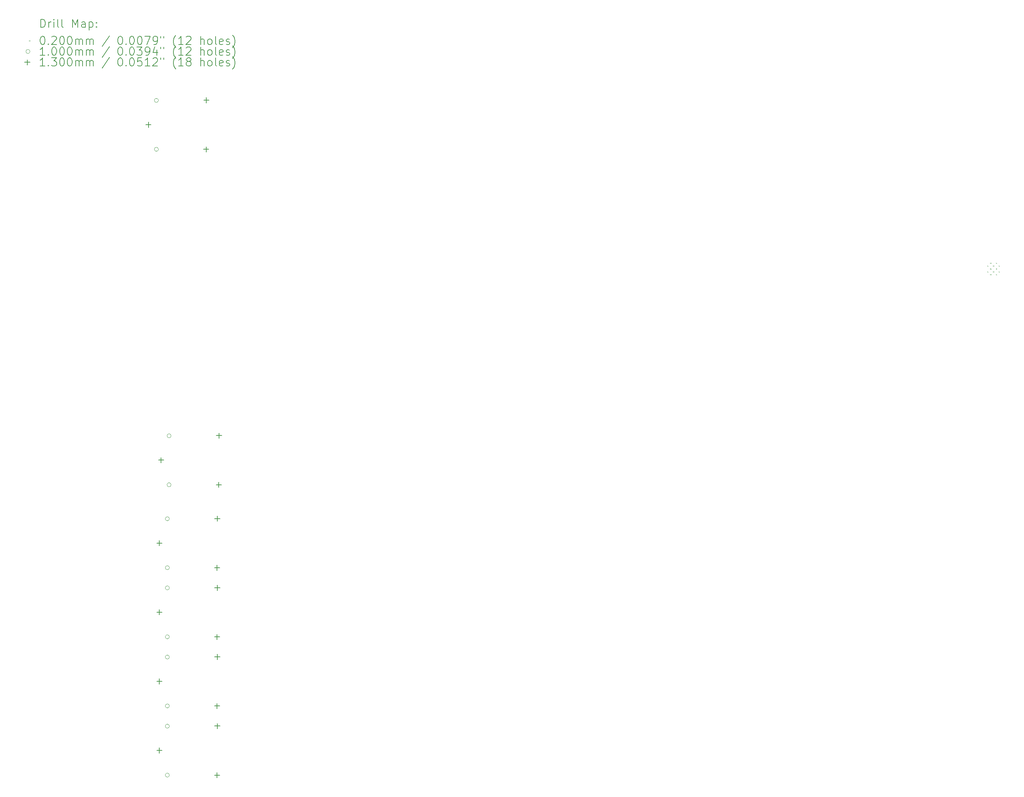
<source format=gbr>
%TF.GenerationSoftware,KiCad,Pcbnew,7.0.8*%
%TF.CreationDate,2023-10-11T10:21:08+03:00*%
%TF.ProjectId,sprinklers,73707269-6e6b-46c6-9572-732e6b696361,rev?*%
%TF.SameCoordinates,Original*%
%TF.FileFunction,Drillmap*%
%TF.FilePolarity,Positive*%
%FSLAX45Y45*%
G04 Gerber Fmt 4.5, Leading zero omitted, Abs format (unit mm)*
G04 Created by KiCad (PCBNEW 7.0.8) date 2023-10-11 10:21:08*
%MOMM*%
%LPD*%
G01*
G04 APERTURE LIST*
%ADD10C,0.200000*%
%ADD11C,0.020000*%
%ADD12C,0.100000*%
%ADD13C,0.130000*%
G04 APERTURE END LIST*
D10*
D11*
X23463000Y-6153000D02*
X23483000Y-6173000D01*
X23483000Y-6153000D02*
X23463000Y-6173000D01*
X23463000Y-6293000D02*
X23483000Y-6313000D01*
X23483000Y-6293000D02*
X23463000Y-6313000D01*
X23533000Y-6083000D02*
X23553000Y-6103000D01*
X23553000Y-6083000D02*
X23533000Y-6103000D01*
X23533000Y-6223000D02*
X23553000Y-6243000D01*
X23553000Y-6223000D02*
X23533000Y-6243000D01*
X23533000Y-6363000D02*
X23553000Y-6383000D01*
X23553000Y-6363000D02*
X23533000Y-6383000D01*
X23600500Y-6153000D02*
X23620500Y-6173000D01*
X23620500Y-6153000D02*
X23600500Y-6173000D01*
X23600500Y-6293000D02*
X23620500Y-6313000D01*
X23620500Y-6293000D02*
X23600500Y-6313000D01*
X23673000Y-6083000D02*
X23693000Y-6103000D01*
X23693000Y-6083000D02*
X23673000Y-6103000D01*
X23673000Y-6223000D02*
X23693000Y-6243000D01*
X23693000Y-6223000D02*
X23673000Y-6243000D01*
X23673000Y-6363000D02*
X23693000Y-6383000D01*
X23693000Y-6363000D02*
X23673000Y-6383000D01*
X23743000Y-6153000D02*
X23763000Y-6173000D01*
X23763000Y-6153000D02*
X23743000Y-6173000D01*
X23743000Y-6293000D02*
X23763000Y-6313000D01*
X23763000Y-6293000D02*
X23743000Y-6313000D01*
D12*
X3148000Y-2102000D02*
G75*
G03*
X3148000Y-2102000I-50000J0D01*
G01*
X3148000Y-3302000D02*
G75*
G03*
X3148000Y-3302000I-50000J0D01*
G01*
X3417000Y-12360500D02*
G75*
G03*
X3417000Y-12360500I-50000J0D01*
G01*
X3417000Y-13560500D02*
G75*
G03*
X3417000Y-13560500I-50000J0D01*
G01*
X3417000Y-14055500D02*
G75*
G03*
X3417000Y-14055500I-50000J0D01*
G01*
X3417000Y-15255500D02*
G75*
G03*
X3417000Y-15255500I-50000J0D01*
G01*
X3417000Y-15750500D02*
G75*
G03*
X3417000Y-15750500I-50000J0D01*
G01*
X3417000Y-16950500D02*
G75*
G03*
X3417000Y-16950500I-50000J0D01*
G01*
X3417000Y-17445500D02*
G75*
G03*
X3417000Y-17445500I-50000J0D01*
G01*
X3417000Y-18645500D02*
G75*
G03*
X3417000Y-18645500I-50000J0D01*
G01*
X3459000Y-10327000D02*
G75*
G03*
X3459000Y-10327000I-50000J0D01*
G01*
X3459000Y-11527000D02*
G75*
G03*
X3459000Y-11527000I-50000J0D01*
G01*
D13*
X2903000Y-2632000D02*
X2903000Y-2762000D01*
X2838000Y-2697000D02*
X2968000Y-2697000D01*
X3172000Y-12890500D02*
X3172000Y-13020500D01*
X3107000Y-12955500D02*
X3237000Y-12955500D01*
X3172000Y-14585500D02*
X3172000Y-14715500D01*
X3107000Y-14650500D02*
X3237000Y-14650500D01*
X3172000Y-16280500D02*
X3172000Y-16410500D01*
X3107000Y-16345500D02*
X3237000Y-16345500D01*
X3172000Y-17975500D02*
X3172000Y-18105500D01*
X3107000Y-18040500D02*
X3237000Y-18040500D01*
X3214000Y-10857000D02*
X3214000Y-10987000D01*
X3149000Y-10922000D02*
X3279000Y-10922000D01*
X4318000Y-3237000D02*
X4318000Y-3367000D01*
X4253000Y-3302000D02*
X4383000Y-3302000D01*
X4323000Y-2032000D02*
X4323000Y-2162000D01*
X4258000Y-2097000D02*
X4388000Y-2097000D01*
X4587000Y-13495500D02*
X4587000Y-13625500D01*
X4522000Y-13560500D02*
X4652000Y-13560500D01*
X4587000Y-15190500D02*
X4587000Y-15320500D01*
X4522000Y-15255500D02*
X4652000Y-15255500D01*
X4587000Y-16885500D02*
X4587000Y-17015500D01*
X4522000Y-16950500D02*
X4652000Y-16950500D01*
X4587000Y-18580500D02*
X4587000Y-18710500D01*
X4522000Y-18645500D02*
X4652000Y-18645500D01*
X4592000Y-12290500D02*
X4592000Y-12420500D01*
X4527000Y-12355500D02*
X4657000Y-12355500D01*
X4592000Y-13985500D02*
X4592000Y-14115500D01*
X4527000Y-14050500D02*
X4657000Y-14050500D01*
X4592000Y-15680500D02*
X4592000Y-15810500D01*
X4527000Y-15745500D02*
X4657000Y-15745500D01*
X4592000Y-17375500D02*
X4592000Y-17505500D01*
X4527000Y-17440500D02*
X4657000Y-17440500D01*
X4629000Y-11462000D02*
X4629000Y-11592000D01*
X4564000Y-11527000D02*
X4694000Y-11527000D01*
X4634000Y-10257000D02*
X4634000Y-10387000D01*
X4569000Y-10322000D02*
X4699000Y-10322000D01*
D10*
X260777Y-311484D02*
X260777Y-111484D01*
X260777Y-111484D02*
X308396Y-111484D01*
X308396Y-111484D02*
X336967Y-121008D01*
X336967Y-121008D02*
X356015Y-140055D01*
X356015Y-140055D02*
X365539Y-159103D01*
X365539Y-159103D02*
X375062Y-197198D01*
X375062Y-197198D02*
X375062Y-225769D01*
X375062Y-225769D02*
X365539Y-263865D01*
X365539Y-263865D02*
X356015Y-282912D01*
X356015Y-282912D02*
X336967Y-301960D01*
X336967Y-301960D02*
X308396Y-311484D01*
X308396Y-311484D02*
X260777Y-311484D01*
X460777Y-311484D02*
X460777Y-178150D01*
X460777Y-216246D02*
X470301Y-197198D01*
X470301Y-197198D02*
X479824Y-187674D01*
X479824Y-187674D02*
X498872Y-178150D01*
X498872Y-178150D02*
X517920Y-178150D01*
X584586Y-311484D02*
X584586Y-178150D01*
X584586Y-111484D02*
X575063Y-121008D01*
X575063Y-121008D02*
X584586Y-130531D01*
X584586Y-130531D02*
X594110Y-121008D01*
X594110Y-121008D02*
X584586Y-111484D01*
X584586Y-111484D02*
X584586Y-130531D01*
X708396Y-311484D02*
X689348Y-301960D01*
X689348Y-301960D02*
X679824Y-282912D01*
X679824Y-282912D02*
X679824Y-111484D01*
X813158Y-311484D02*
X794110Y-301960D01*
X794110Y-301960D02*
X784586Y-282912D01*
X784586Y-282912D02*
X784586Y-111484D01*
X1041729Y-311484D02*
X1041729Y-111484D01*
X1041729Y-111484D02*
X1108396Y-254341D01*
X1108396Y-254341D02*
X1175063Y-111484D01*
X1175063Y-111484D02*
X1175063Y-311484D01*
X1356015Y-311484D02*
X1356015Y-206722D01*
X1356015Y-206722D02*
X1346491Y-187674D01*
X1346491Y-187674D02*
X1327444Y-178150D01*
X1327444Y-178150D02*
X1289348Y-178150D01*
X1289348Y-178150D02*
X1270301Y-187674D01*
X1356015Y-301960D02*
X1336967Y-311484D01*
X1336967Y-311484D02*
X1289348Y-311484D01*
X1289348Y-311484D02*
X1270301Y-301960D01*
X1270301Y-301960D02*
X1260777Y-282912D01*
X1260777Y-282912D02*
X1260777Y-263865D01*
X1260777Y-263865D02*
X1270301Y-244817D01*
X1270301Y-244817D02*
X1289348Y-235293D01*
X1289348Y-235293D02*
X1336967Y-235293D01*
X1336967Y-235293D02*
X1356015Y-225769D01*
X1451253Y-178150D02*
X1451253Y-378150D01*
X1451253Y-187674D02*
X1470301Y-178150D01*
X1470301Y-178150D02*
X1508396Y-178150D01*
X1508396Y-178150D02*
X1527443Y-187674D01*
X1527443Y-187674D02*
X1536967Y-197198D01*
X1536967Y-197198D02*
X1546491Y-216246D01*
X1546491Y-216246D02*
X1546491Y-273389D01*
X1546491Y-273389D02*
X1536967Y-292436D01*
X1536967Y-292436D02*
X1527443Y-301960D01*
X1527443Y-301960D02*
X1508396Y-311484D01*
X1508396Y-311484D02*
X1470301Y-311484D01*
X1470301Y-311484D02*
X1451253Y-301960D01*
X1632205Y-292436D02*
X1641729Y-301960D01*
X1641729Y-301960D02*
X1632205Y-311484D01*
X1632205Y-311484D02*
X1622682Y-301960D01*
X1622682Y-301960D02*
X1632205Y-292436D01*
X1632205Y-292436D02*
X1632205Y-311484D01*
X1632205Y-187674D02*
X1641729Y-197198D01*
X1641729Y-197198D02*
X1632205Y-206722D01*
X1632205Y-206722D02*
X1622682Y-197198D01*
X1622682Y-197198D02*
X1632205Y-187674D01*
X1632205Y-187674D02*
X1632205Y-206722D01*
D11*
X-20000Y-630000D02*
X0Y-650000D01*
X0Y-630000D02*
X-20000Y-650000D01*
D10*
X298872Y-531484D02*
X317920Y-531484D01*
X317920Y-531484D02*
X336967Y-541008D01*
X336967Y-541008D02*
X346491Y-550531D01*
X346491Y-550531D02*
X356015Y-569579D01*
X356015Y-569579D02*
X365539Y-607674D01*
X365539Y-607674D02*
X365539Y-655293D01*
X365539Y-655293D02*
X356015Y-693389D01*
X356015Y-693389D02*
X346491Y-712436D01*
X346491Y-712436D02*
X336967Y-721960D01*
X336967Y-721960D02*
X317920Y-731484D01*
X317920Y-731484D02*
X298872Y-731484D01*
X298872Y-731484D02*
X279824Y-721960D01*
X279824Y-721960D02*
X270301Y-712436D01*
X270301Y-712436D02*
X260777Y-693389D01*
X260777Y-693389D02*
X251253Y-655293D01*
X251253Y-655293D02*
X251253Y-607674D01*
X251253Y-607674D02*
X260777Y-569579D01*
X260777Y-569579D02*
X270301Y-550531D01*
X270301Y-550531D02*
X279824Y-541008D01*
X279824Y-541008D02*
X298872Y-531484D01*
X451253Y-712436D02*
X460777Y-721960D01*
X460777Y-721960D02*
X451253Y-731484D01*
X451253Y-731484D02*
X441729Y-721960D01*
X441729Y-721960D02*
X451253Y-712436D01*
X451253Y-712436D02*
X451253Y-731484D01*
X536967Y-550531D02*
X546491Y-541008D01*
X546491Y-541008D02*
X565539Y-531484D01*
X565539Y-531484D02*
X613158Y-531484D01*
X613158Y-531484D02*
X632205Y-541008D01*
X632205Y-541008D02*
X641729Y-550531D01*
X641729Y-550531D02*
X651253Y-569579D01*
X651253Y-569579D02*
X651253Y-588627D01*
X651253Y-588627D02*
X641729Y-617198D01*
X641729Y-617198D02*
X527444Y-731484D01*
X527444Y-731484D02*
X651253Y-731484D01*
X775062Y-531484D02*
X794110Y-531484D01*
X794110Y-531484D02*
X813158Y-541008D01*
X813158Y-541008D02*
X822682Y-550531D01*
X822682Y-550531D02*
X832205Y-569579D01*
X832205Y-569579D02*
X841729Y-607674D01*
X841729Y-607674D02*
X841729Y-655293D01*
X841729Y-655293D02*
X832205Y-693389D01*
X832205Y-693389D02*
X822682Y-712436D01*
X822682Y-712436D02*
X813158Y-721960D01*
X813158Y-721960D02*
X794110Y-731484D01*
X794110Y-731484D02*
X775062Y-731484D01*
X775062Y-731484D02*
X756015Y-721960D01*
X756015Y-721960D02*
X746491Y-712436D01*
X746491Y-712436D02*
X736967Y-693389D01*
X736967Y-693389D02*
X727443Y-655293D01*
X727443Y-655293D02*
X727443Y-607674D01*
X727443Y-607674D02*
X736967Y-569579D01*
X736967Y-569579D02*
X746491Y-550531D01*
X746491Y-550531D02*
X756015Y-541008D01*
X756015Y-541008D02*
X775062Y-531484D01*
X965539Y-531484D02*
X984586Y-531484D01*
X984586Y-531484D02*
X1003634Y-541008D01*
X1003634Y-541008D02*
X1013158Y-550531D01*
X1013158Y-550531D02*
X1022682Y-569579D01*
X1022682Y-569579D02*
X1032205Y-607674D01*
X1032205Y-607674D02*
X1032205Y-655293D01*
X1032205Y-655293D02*
X1022682Y-693389D01*
X1022682Y-693389D02*
X1013158Y-712436D01*
X1013158Y-712436D02*
X1003634Y-721960D01*
X1003634Y-721960D02*
X984586Y-731484D01*
X984586Y-731484D02*
X965539Y-731484D01*
X965539Y-731484D02*
X946491Y-721960D01*
X946491Y-721960D02*
X936967Y-712436D01*
X936967Y-712436D02*
X927443Y-693389D01*
X927443Y-693389D02*
X917920Y-655293D01*
X917920Y-655293D02*
X917920Y-607674D01*
X917920Y-607674D02*
X927443Y-569579D01*
X927443Y-569579D02*
X936967Y-550531D01*
X936967Y-550531D02*
X946491Y-541008D01*
X946491Y-541008D02*
X965539Y-531484D01*
X1117920Y-731484D02*
X1117920Y-598150D01*
X1117920Y-617198D02*
X1127444Y-607674D01*
X1127444Y-607674D02*
X1146491Y-598150D01*
X1146491Y-598150D02*
X1175063Y-598150D01*
X1175063Y-598150D02*
X1194110Y-607674D01*
X1194110Y-607674D02*
X1203634Y-626722D01*
X1203634Y-626722D02*
X1203634Y-731484D01*
X1203634Y-626722D02*
X1213158Y-607674D01*
X1213158Y-607674D02*
X1232205Y-598150D01*
X1232205Y-598150D02*
X1260777Y-598150D01*
X1260777Y-598150D02*
X1279825Y-607674D01*
X1279825Y-607674D02*
X1289348Y-626722D01*
X1289348Y-626722D02*
X1289348Y-731484D01*
X1384586Y-731484D02*
X1384586Y-598150D01*
X1384586Y-617198D02*
X1394110Y-607674D01*
X1394110Y-607674D02*
X1413158Y-598150D01*
X1413158Y-598150D02*
X1441729Y-598150D01*
X1441729Y-598150D02*
X1460777Y-607674D01*
X1460777Y-607674D02*
X1470301Y-626722D01*
X1470301Y-626722D02*
X1470301Y-731484D01*
X1470301Y-626722D02*
X1479824Y-607674D01*
X1479824Y-607674D02*
X1498872Y-598150D01*
X1498872Y-598150D02*
X1527443Y-598150D01*
X1527443Y-598150D02*
X1546491Y-607674D01*
X1546491Y-607674D02*
X1556015Y-626722D01*
X1556015Y-626722D02*
X1556015Y-731484D01*
X1946491Y-521960D02*
X1775063Y-779103D01*
X2203634Y-531484D02*
X2222682Y-531484D01*
X2222682Y-531484D02*
X2241729Y-541008D01*
X2241729Y-541008D02*
X2251253Y-550531D01*
X2251253Y-550531D02*
X2260777Y-569579D01*
X2260777Y-569579D02*
X2270301Y-607674D01*
X2270301Y-607674D02*
X2270301Y-655293D01*
X2270301Y-655293D02*
X2260777Y-693389D01*
X2260777Y-693389D02*
X2251253Y-712436D01*
X2251253Y-712436D02*
X2241729Y-721960D01*
X2241729Y-721960D02*
X2222682Y-731484D01*
X2222682Y-731484D02*
X2203634Y-731484D01*
X2203634Y-731484D02*
X2184587Y-721960D01*
X2184587Y-721960D02*
X2175063Y-712436D01*
X2175063Y-712436D02*
X2165539Y-693389D01*
X2165539Y-693389D02*
X2156015Y-655293D01*
X2156015Y-655293D02*
X2156015Y-607674D01*
X2156015Y-607674D02*
X2165539Y-569579D01*
X2165539Y-569579D02*
X2175063Y-550531D01*
X2175063Y-550531D02*
X2184587Y-541008D01*
X2184587Y-541008D02*
X2203634Y-531484D01*
X2356015Y-712436D02*
X2365539Y-721960D01*
X2365539Y-721960D02*
X2356015Y-731484D01*
X2356015Y-731484D02*
X2346491Y-721960D01*
X2346491Y-721960D02*
X2356015Y-712436D01*
X2356015Y-712436D02*
X2356015Y-731484D01*
X2489348Y-531484D02*
X2508396Y-531484D01*
X2508396Y-531484D02*
X2527444Y-541008D01*
X2527444Y-541008D02*
X2536968Y-550531D01*
X2536968Y-550531D02*
X2546491Y-569579D01*
X2546491Y-569579D02*
X2556015Y-607674D01*
X2556015Y-607674D02*
X2556015Y-655293D01*
X2556015Y-655293D02*
X2546491Y-693389D01*
X2546491Y-693389D02*
X2536968Y-712436D01*
X2536968Y-712436D02*
X2527444Y-721960D01*
X2527444Y-721960D02*
X2508396Y-731484D01*
X2508396Y-731484D02*
X2489348Y-731484D01*
X2489348Y-731484D02*
X2470301Y-721960D01*
X2470301Y-721960D02*
X2460777Y-712436D01*
X2460777Y-712436D02*
X2451253Y-693389D01*
X2451253Y-693389D02*
X2441729Y-655293D01*
X2441729Y-655293D02*
X2441729Y-607674D01*
X2441729Y-607674D02*
X2451253Y-569579D01*
X2451253Y-569579D02*
X2460777Y-550531D01*
X2460777Y-550531D02*
X2470301Y-541008D01*
X2470301Y-541008D02*
X2489348Y-531484D01*
X2679825Y-531484D02*
X2698872Y-531484D01*
X2698872Y-531484D02*
X2717920Y-541008D01*
X2717920Y-541008D02*
X2727444Y-550531D01*
X2727444Y-550531D02*
X2736968Y-569579D01*
X2736968Y-569579D02*
X2746491Y-607674D01*
X2746491Y-607674D02*
X2746491Y-655293D01*
X2746491Y-655293D02*
X2736968Y-693389D01*
X2736968Y-693389D02*
X2727444Y-712436D01*
X2727444Y-712436D02*
X2717920Y-721960D01*
X2717920Y-721960D02*
X2698872Y-731484D01*
X2698872Y-731484D02*
X2679825Y-731484D01*
X2679825Y-731484D02*
X2660777Y-721960D01*
X2660777Y-721960D02*
X2651253Y-712436D01*
X2651253Y-712436D02*
X2641729Y-693389D01*
X2641729Y-693389D02*
X2632206Y-655293D01*
X2632206Y-655293D02*
X2632206Y-607674D01*
X2632206Y-607674D02*
X2641729Y-569579D01*
X2641729Y-569579D02*
X2651253Y-550531D01*
X2651253Y-550531D02*
X2660777Y-541008D01*
X2660777Y-541008D02*
X2679825Y-531484D01*
X2813158Y-531484D02*
X2946491Y-531484D01*
X2946491Y-531484D02*
X2860777Y-731484D01*
X3032206Y-731484D02*
X3070301Y-731484D01*
X3070301Y-731484D02*
X3089348Y-721960D01*
X3089348Y-721960D02*
X3098872Y-712436D01*
X3098872Y-712436D02*
X3117920Y-683865D01*
X3117920Y-683865D02*
X3127444Y-645770D01*
X3127444Y-645770D02*
X3127444Y-569579D01*
X3127444Y-569579D02*
X3117920Y-550531D01*
X3117920Y-550531D02*
X3108396Y-541008D01*
X3108396Y-541008D02*
X3089348Y-531484D01*
X3089348Y-531484D02*
X3051253Y-531484D01*
X3051253Y-531484D02*
X3032206Y-541008D01*
X3032206Y-541008D02*
X3022682Y-550531D01*
X3022682Y-550531D02*
X3013158Y-569579D01*
X3013158Y-569579D02*
X3013158Y-617198D01*
X3013158Y-617198D02*
X3022682Y-636246D01*
X3022682Y-636246D02*
X3032206Y-645770D01*
X3032206Y-645770D02*
X3051253Y-655293D01*
X3051253Y-655293D02*
X3089348Y-655293D01*
X3089348Y-655293D02*
X3108396Y-645770D01*
X3108396Y-645770D02*
X3117920Y-636246D01*
X3117920Y-636246D02*
X3127444Y-617198D01*
X3203634Y-531484D02*
X3203634Y-569579D01*
X3279825Y-531484D02*
X3279825Y-569579D01*
X3575063Y-807674D02*
X3565539Y-798150D01*
X3565539Y-798150D02*
X3546491Y-769579D01*
X3546491Y-769579D02*
X3536968Y-750531D01*
X3536968Y-750531D02*
X3527444Y-721960D01*
X3527444Y-721960D02*
X3517920Y-674341D01*
X3517920Y-674341D02*
X3517920Y-636246D01*
X3517920Y-636246D02*
X3527444Y-588627D01*
X3527444Y-588627D02*
X3536968Y-560055D01*
X3536968Y-560055D02*
X3546491Y-541008D01*
X3546491Y-541008D02*
X3565539Y-512436D01*
X3565539Y-512436D02*
X3575063Y-502912D01*
X3756015Y-731484D02*
X3641729Y-731484D01*
X3698872Y-731484D02*
X3698872Y-531484D01*
X3698872Y-531484D02*
X3679825Y-560055D01*
X3679825Y-560055D02*
X3660777Y-579103D01*
X3660777Y-579103D02*
X3641729Y-588627D01*
X3832206Y-550531D02*
X3841729Y-541008D01*
X3841729Y-541008D02*
X3860777Y-531484D01*
X3860777Y-531484D02*
X3908396Y-531484D01*
X3908396Y-531484D02*
X3927444Y-541008D01*
X3927444Y-541008D02*
X3936968Y-550531D01*
X3936968Y-550531D02*
X3946491Y-569579D01*
X3946491Y-569579D02*
X3946491Y-588627D01*
X3946491Y-588627D02*
X3936968Y-617198D01*
X3936968Y-617198D02*
X3822682Y-731484D01*
X3822682Y-731484D02*
X3946491Y-731484D01*
X4184587Y-731484D02*
X4184587Y-531484D01*
X4270301Y-731484D02*
X4270301Y-626722D01*
X4270301Y-626722D02*
X4260777Y-607674D01*
X4260777Y-607674D02*
X4241730Y-598150D01*
X4241730Y-598150D02*
X4213158Y-598150D01*
X4213158Y-598150D02*
X4194110Y-607674D01*
X4194110Y-607674D02*
X4184587Y-617198D01*
X4394111Y-731484D02*
X4375063Y-721960D01*
X4375063Y-721960D02*
X4365539Y-712436D01*
X4365539Y-712436D02*
X4356015Y-693389D01*
X4356015Y-693389D02*
X4356015Y-636246D01*
X4356015Y-636246D02*
X4365539Y-617198D01*
X4365539Y-617198D02*
X4375063Y-607674D01*
X4375063Y-607674D02*
X4394111Y-598150D01*
X4394111Y-598150D02*
X4422682Y-598150D01*
X4422682Y-598150D02*
X4441730Y-607674D01*
X4441730Y-607674D02*
X4451253Y-617198D01*
X4451253Y-617198D02*
X4460777Y-636246D01*
X4460777Y-636246D02*
X4460777Y-693389D01*
X4460777Y-693389D02*
X4451253Y-712436D01*
X4451253Y-712436D02*
X4441730Y-721960D01*
X4441730Y-721960D02*
X4422682Y-731484D01*
X4422682Y-731484D02*
X4394111Y-731484D01*
X4575063Y-731484D02*
X4556015Y-721960D01*
X4556015Y-721960D02*
X4546492Y-702912D01*
X4546492Y-702912D02*
X4546492Y-531484D01*
X4727444Y-721960D02*
X4708396Y-731484D01*
X4708396Y-731484D02*
X4670301Y-731484D01*
X4670301Y-731484D02*
X4651253Y-721960D01*
X4651253Y-721960D02*
X4641730Y-702912D01*
X4641730Y-702912D02*
X4641730Y-626722D01*
X4641730Y-626722D02*
X4651253Y-607674D01*
X4651253Y-607674D02*
X4670301Y-598150D01*
X4670301Y-598150D02*
X4708396Y-598150D01*
X4708396Y-598150D02*
X4727444Y-607674D01*
X4727444Y-607674D02*
X4736968Y-626722D01*
X4736968Y-626722D02*
X4736968Y-645770D01*
X4736968Y-645770D02*
X4641730Y-664817D01*
X4813158Y-721960D02*
X4832206Y-731484D01*
X4832206Y-731484D02*
X4870301Y-731484D01*
X4870301Y-731484D02*
X4889349Y-721960D01*
X4889349Y-721960D02*
X4898873Y-702912D01*
X4898873Y-702912D02*
X4898873Y-693389D01*
X4898873Y-693389D02*
X4889349Y-674341D01*
X4889349Y-674341D02*
X4870301Y-664817D01*
X4870301Y-664817D02*
X4841730Y-664817D01*
X4841730Y-664817D02*
X4822682Y-655293D01*
X4822682Y-655293D02*
X4813158Y-636246D01*
X4813158Y-636246D02*
X4813158Y-626722D01*
X4813158Y-626722D02*
X4822682Y-607674D01*
X4822682Y-607674D02*
X4841730Y-598150D01*
X4841730Y-598150D02*
X4870301Y-598150D01*
X4870301Y-598150D02*
X4889349Y-607674D01*
X4965539Y-807674D02*
X4975063Y-798150D01*
X4975063Y-798150D02*
X4994111Y-769579D01*
X4994111Y-769579D02*
X5003634Y-750531D01*
X5003634Y-750531D02*
X5013158Y-721960D01*
X5013158Y-721960D02*
X5022682Y-674341D01*
X5022682Y-674341D02*
X5022682Y-636246D01*
X5022682Y-636246D02*
X5013158Y-588627D01*
X5013158Y-588627D02*
X5003634Y-560055D01*
X5003634Y-560055D02*
X4994111Y-541008D01*
X4994111Y-541008D02*
X4975063Y-512436D01*
X4975063Y-512436D02*
X4965539Y-502912D01*
D12*
X0Y-904000D02*
G75*
G03*
X0Y-904000I-50000J0D01*
G01*
D10*
X365539Y-995484D02*
X251253Y-995484D01*
X308396Y-995484D02*
X308396Y-795484D01*
X308396Y-795484D02*
X289348Y-824055D01*
X289348Y-824055D02*
X270301Y-843103D01*
X270301Y-843103D02*
X251253Y-852627D01*
X451253Y-976436D02*
X460777Y-985960D01*
X460777Y-985960D02*
X451253Y-995484D01*
X451253Y-995484D02*
X441729Y-985960D01*
X441729Y-985960D02*
X451253Y-976436D01*
X451253Y-976436D02*
X451253Y-995484D01*
X584586Y-795484D02*
X603634Y-795484D01*
X603634Y-795484D02*
X622682Y-805008D01*
X622682Y-805008D02*
X632205Y-814531D01*
X632205Y-814531D02*
X641729Y-833579D01*
X641729Y-833579D02*
X651253Y-871674D01*
X651253Y-871674D02*
X651253Y-919293D01*
X651253Y-919293D02*
X641729Y-957388D01*
X641729Y-957388D02*
X632205Y-976436D01*
X632205Y-976436D02*
X622682Y-985960D01*
X622682Y-985960D02*
X603634Y-995484D01*
X603634Y-995484D02*
X584586Y-995484D01*
X584586Y-995484D02*
X565539Y-985960D01*
X565539Y-985960D02*
X556015Y-976436D01*
X556015Y-976436D02*
X546491Y-957388D01*
X546491Y-957388D02*
X536967Y-919293D01*
X536967Y-919293D02*
X536967Y-871674D01*
X536967Y-871674D02*
X546491Y-833579D01*
X546491Y-833579D02*
X556015Y-814531D01*
X556015Y-814531D02*
X565539Y-805008D01*
X565539Y-805008D02*
X584586Y-795484D01*
X775062Y-795484D02*
X794110Y-795484D01*
X794110Y-795484D02*
X813158Y-805008D01*
X813158Y-805008D02*
X822682Y-814531D01*
X822682Y-814531D02*
X832205Y-833579D01*
X832205Y-833579D02*
X841729Y-871674D01*
X841729Y-871674D02*
X841729Y-919293D01*
X841729Y-919293D02*
X832205Y-957388D01*
X832205Y-957388D02*
X822682Y-976436D01*
X822682Y-976436D02*
X813158Y-985960D01*
X813158Y-985960D02*
X794110Y-995484D01*
X794110Y-995484D02*
X775062Y-995484D01*
X775062Y-995484D02*
X756015Y-985960D01*
X756015Y-985960D02*
X746491Y-976436D01*
X746491Y-976436D02*
X736967Y-957388D01*
X736967Y-957388D02*
X727443Y-919293D01*
X727443Y-919293D02*
X727443Y-871674D01*
X727443Y-871674D02*
X736967Y-833579D01*
X736967Y-833579D02*
X746491Y-814531D01*
X746491Y-814531D02*
X756015Y-805008D01*
X756015Y-805008D02*
X775062Y-795484D01*
X965539Y-795484D02*
X984586Y-795484D01*
X984586Y-795484D02*
X1003634Y-805008D01*
X1003634Y-805008D02*
X1013158Y-814531D01*
X1013158Y-814531D02*
X1022682Y-833579D01*
X1022682Y-833579D02*
X1032205Y-871674D01*
X1032205Y-871674D02*
X1032205Y-919293D01*
X1032205Y-919293D02*
X1022682Y-957388D01*
X1022682Y-957388D02*
X1013158Y-976436D01*
X1013158Y-976436D02*
X1003634Y-985960D01*
X1003634Y-985960D02*
X984586Y-995484D01*
X984586Y-995484D02*
X965539Y-995484D01*
X965539Y-995484D02*
X946491Y-985960D01*
X946491Y-985960D02*
X936967Y-976436D01*
X936967Y-976436D02*
X927443Y-957388D01*
X927443Y-957388D02*
X917920Y-919293D01*
X917920Y-919293D02*
X917920Y-871674D01*
X917920Y-871674D02*
X927443Y-833579D01*
X927443Y-833579D02*
X936967Y-814531D01*
X936967Y-814531D02*
X946491Y-805008D01*
X946491Y-805008D02*
X965539Y-795484D01*
X1117920Y-995484D02*
X1117920Y-862150D01*
X1117920Y-881198D02*
X1127444Y-871674D01*
X1127444Y-871674D02*
X1146491Y-862150D01*
X1146491Y-862150D02*
X1175063Y-862150D01*
X1175063Y-862150D02*
X1194110Y-871674D01*
X1194110Y-871674D02*
X1203634Y-890722D01*
X1203634Y-890722D02*
X1203634Y-995484D01*
X1203634Y-890722D02*
X1213158Y-871674D01*
X1213158Y-871674D02*
X1232205Y-862150D01*
X1232205Y-862150D02*
X1260777Y-862150D01*
X1260777Y-862150D02*
X1279825Y-871674D01*
X1279825Y-871674D02*
X1289348Y-890722D01*
X1289348Y-890722D02*
X1289348Y-995484D01*
X1384586Y-995484D02*
X1384586Y-862150D01*
X1384586Y-881198D02*
X1394110Y-871674D01*
X1394110Y-871674D02*
X1413158Y-862150D01*
X1413158Y-862150D02*
X1441729Y-862150D01*
X1441729Y-862150D02*
X1460777Y-871674D01*
X1460777Y-871674D02*
X1470301Y-890722D01*
X1470301Y-890722D02*
X1470301Y-995484D01*
X1470301Y-890722D02*
X1479824Y-871674D01*
X1479824Y-871674D02*
X1498872Y-862150D01*
X1498872Y-862150D02*
X1527443Y-862150D01*
X1527443Y-862150D02*
X1546491Y-871674D01*
X1546491Y-871674D02*
X1556015Y-890722D01*
X1556015Y-890722D02*
X1556015Y-995484D01*
X1946491Y-785960D02*
X1775063Y-1043103D01*
X2203634Y-795484D02*
X2222682Y-795484D01*
X2222682Y-795484D02*
X2241729Y-805008D01*
X2241729Y-805008D02*
X2251253Y-814531D01*
X2251253Y-814531D02*
X2260777Y-833579D01*
X2260777Y-833579D02*
X2270301Y-871674D01*
X2270301Y-871674D02*
X2270301Y-919293D01*
X2270301Y-919293D02*
X2260777Y-957388D01*
X2260777Y-957388D02*
X2251253Y-976436D01*
X2251253Y-976436D02*
X2241729Y-985960D01*
X2241729Y-985960D02*
X2222682Y-995484D01*
X2222682Y-995484D02*
X2203634Y-995484D01*
X2203634Y-995484D02*
X2184587Y-985960D01*
X2184587Y-985960D02*
X2175063Y-976436D01*
X2175063Y-976436D02*
X2165539Y-957388D01*
X2165539Y-957388D02*
X2156015Y-919293D01*
X2156015Y-919293D02*
X2156015Y-871674D01*
X2156015Y-871674D02*
X2165539Y-833579D01*
X2165539Y-833579D02*
X2175063Y-814531D01*
X2175063Y-814531D02*
X2184587Y-805008D01*
X2184587Y-805008D02*
X2203634Y-795484D01*
X2356015Y-976436D02*
X2365539Y-985960D01*
X2365539Y-985960D02*
X2356015Y-995484D01*
X2356015Y-995484D02*
X2346491Y-985960D01*
X2346491Y-985960D02*
X2356015Y-976436D01*
X2356015Y-976436D02*
X2356015Y-995484D01*
X2489348Y-795484D02*
X2508396Y-795484D01*
X2508396Y-795484D02*
X2527444Y-805008D01*
X2527444Y-805008D02*
X2536968Y-814531D01*
X2536968Y-814531D02*
X2546491Y-833579D01*
X2546491Y-833579D02*
X2556015Y-871674D01*
X2556015Y-871674D02*
X2556015Y-919293D01*
X2556015Y-919293D02*
X2546491Y-957388D01*
X2546491Y-957388D02*
X2536968Y-976436D01*
X2536968Y-976436D02*
X2527444Y-985960D01*
X2527444Y-985960D02*
X2508396Y-995484D01*
X2508396Y-995484D02*
X2489348Y-995484D01*
X2489348Y-995484D02*
X2470301Y-985960D01*
X2470301Y-985960D02*
X2460777Y-976436D01*
X2460777Y-976436D02*
X2451253Y-957388D01*
X2451253Y-957388D02*
X2441729Y-919293D01*
X2441729Y-919293D02*
X2441729Y-871674D01*
X2441729Y-871674D02*
X2451253Y-833579D01*
X2451253Y-833579D02*
X2460777Y-814531D01*
X2460777Y-814531D02*
X2470301Y-805008D01*
X2470301Y-805008D02*
X2489348Y-795484D01*
X2622682Y-795484D02*
X2746491Y-795484D01*
X2746491Y-795484D02*
X2679825Y-871674D01*
X2679825Y-871674D02*
X2708396Y-871674D01*
X2708396Y-871674D02*
X2727444Y-881198D01*
X2727444Y-881198D02*
X2736968Y-890722D01*
X2736968Y-890722D02*
X2746491Y-909769D01*
X2746491Y-909769D02*
X2746491Y-957388D01*
X2746491Y-957388D02*
X2736968Y-976436D01*
X2736968Y-976436D02*
X2727444Y-985960D01*
X2727444Y-985960D02*
X2708396Y-995484D01*
X2708396Y-995484D02*
X2651253Y-995484D01*
X2651253Y-995484D02*
X2632206Y-985960D01*
X2632206Y-985960D02*
X2622682Y-976436D01*
X2841729Y-995484D02*
X2879825Y-995484D01*
X2879825Y-995484D02*
X2898872Y-985960D01*
X2898872Y-985960D02*
X2908396Y-976436D01*
X2908396Y-976436D02*
X2927444Y-947865D01*
X2927444Y-947865D02*
X2936967Y-909769D01*
X2936967Y-909769D02*
X2936967Y-833579D01*
X2936967Y-833579D02*
X2927444Y-814531D01*
X2927444Y-814531D02*
X2917920Y-805008D01*
X2917920Y-805008D02*
X2898872Y-795484D01*
X2898872Y-795484D02*
X2860777Y-795484D01*
X2860777Y-795484D02*
X2841729Y-805008D01*
X2841729Y-805008D02*
X2832206Y-814531D01*
X2832206Y-814531D02*
X2822682Y-833579D01*
X2822682Y-833579D02*
X2822682Y-881198D01*
X2822682Y-881198D02*
X2832206Y-900246D01*
X2832206Y-900246D02*
X2841729Y-909769D01*
X2841729Y-909769D02*
X2860777Y-919293D01*
X2860777Y-919293D02*
X2898872Y-919293D01*
X2898872Y-919293D02*
X2917920Y-909769D01*
X2917920Y-909769D02*
X2927444Y-900246D01*
X2927444Y-900246D02*
X2936967Y-881198D01*
X3108396Y-862150D02*
X3108396Y-995484D01*
X3060777Y-785960D02*
X3013158Y-928817D01*
X3013158Y-928817D02*
X3136967Y-928817D01*
X3203634Y-795484D02*
X3203634Y-833579D01*
X3279825Y-795484D02*
X3279825Y-833579D01*
X3575063Y-1071674D02*
X3565539Y-1062150D01*
X3565539Y-1062150D02*
X3546491Y-1033579D01*
X3546491Y-1033579D02*
X3536968Y-1014531D01*
X3536968Y-1014531D02*
X3527444Y-985960D01*
X3527444Y-985960D02*
X3517920Y-938341D01*
X3517920Y-938341D02*
X3517920Y-900246D01*
X3517920Y-900246D02*
X3527444Y-852627D01*
X3527444Y-852627D02*
X3536968Y-824055D01*
X3536968Y-824055D02*
X3546491Y-805008D01*
X3546491Y-805008D02*
X3565539Y-776436D01*
X3565539Y-776436D02*
X3575063Y-766912D01*
X3756015Y-995484D02*
X3641729Y-995484D01*
X3698872Y-995484D02*
X3698872Y-795484D01*
X3698872Y-795484D02*
X3679825Y-824055D01*
X3679825Y-824055D02*
X3660777Y-843103D01*
X3660777Y-843103D02*
X3641729Y-852627D01*
X3832206Y-814531D02*
X3841729Y-805008D01*
X3841729Y-805008D02*
X3860777Y-795484D01*
X3860777Y-795484D02*
X3908396Y-795484D01*
X3908396Y-795484D02*
X3927444Y-805008D01*
X3927444Y-805008D02*
X3936968Y-814531D01*
X3936968Y-814531D02*
X3946491Y-833579D01*
X3946491Y-833579D02*
X3946491Y-852627D01*
X3946491Y-852627D02*
X3936968Y-881198D01*
X3936968Y-881198D02*
X3822682Y-995484D01*
X3822682Y-995484D02*
X3946491Y-995484D01*
X4184587Y-995484D02*
X4184587Y-795484D01*
X4270301Y-995484D02*
X4270301Y-890722D01*
X4270301Y-890722D02*
X4260777Y-871674D01*
X4260777Y-871674D02*
X4241730Y-862150D01*
X4241730Y-862150D02*
X4213158Y-862150D01*
X4213158Y-862150D02*
X4194110Y-871674D01*
X4194110Y-871674D02*
X4184587Y-881198D01*
X4394111Y-995484D02*
X4375063Y-985960D01*
X4375063Y-985960D02*
X4365539Y-976436D01*
X4365539Y-976436D02*
X4356015Y-957388D01*
X4356015Y-957388D02*
X4356015Y-900246D01*
X4356015Y-900246D02*
X4365539Y-881198D01*
X4365539Y-881198D02*
X4375063Y-871674D01*
X4375063Y-871674D02*
X4394111Y-862150D01*
X4394111Y-862150D02*
X4422682Y-862150D01*
X4422682Y-862150D02*
X4441730Y-871674D01*
X4441730Y-871674D02*
X4451253Y-881198D01*
X4451253Y-881198D02*
X4460777Y-900246D01*
X4460777Y-900246D02*
X4460777Y-957388D01*
X4460777Y-957388D02*
X4451253Y-976436D01*
X4451253Y-976436D02*
X4441730Y-985960D01*
X4441730Y-985960D02*
X4422682Y-995484D01*
X4422682Y-995484D02*
X4394111Y-995484D01*
X4575063Y-995484D02*
X4556015Y-985960D01*
X4556015Y-985960D02*
X4546492Y-966912D01*
X4546492Y-966912D02*
X4546492Y-795484D01*
X4727444Y-985960D02*
X4708396Y-995484D01*
X4708396Y-995484D02*
X4670301Y-995484D01*
X4670301Y-995484D02*
X4651253Y-985960D01*
X4651253Y-985960D02*
X4641730Y-966912D01*
X4641730Y-966912D02*
X4641730Y-890722D01*
X4641730Y-890722D02*
X4651253Y-871674D01*
X4651253Y-871674D02*
X4670301Y-862150D01*
X4670301Y-862150D02*
X4708396Y-862150D01*
X4708396Y-862150D02*
X4727444Y-871674D01*
X4727444Y-871674D02*
X4736968Y-890722D01*
X4736968Y-890722D02*
X4736968Y-909769D01*
X4736968Y-909769D02*
X4641730Y-928817D01*
X4813158Y-985960D02*
X4832206Y-995484D01*
X4832206Y-995484D02*
X4870301Y-995484D01*
X4870301Y-995484D02*
X4889349Y-985960D01*
X4889349Y-985960D02*
X4898873Y-966912D01*
X4898873Y-966912D02*
X4898873Y-957388D01*
X4898873Y-957388D02*
X4889349Y-938341D01*
X4889349Y-938341D02*
X4870301Y-928817D01*
X4870301Y-928817D02*
X4841730Y-928817D01*
X4841730Y-928817D02*
X4822682Y-919293D01*
X4822682Y-919293D02*
X4813158Y-900246D01*
X4813158Y-900246D02*
X4813158Y-890722D01*
X4813158Y-890722D02*
X4822682Y-871674D01*
X4822682Y-871674D02*
X4841730Y-862150D01*
X4841730Y-862150D02*
X4870301Y-862150D01*
X4870301Y-862150D02*
X4889349Y-871674D01*
X4965539Y-1071674D02*
X4975063Y-1062150D01*
X4975063Y-1062150D02*
X4994111Y-1033579D01*
X4994111Y-1033579D02*
X5003634Y-1014531D01*
X5003634Y-1014531D02*
X5013158Y-985960D01*
X5013158Y-985960D02*
X5022682Y-938341D01*
X5022682Y-938341D02*
X5022682Y-900246D01*
X5022682Y-900246D02*
X5013158Y-852627D01*
X5013158Y-852627D02*
X5003634Y-824055D01*
X5003634Y-824055D02*
X4994111Y-805008D01*
X4994111Y-805008D02*
X4975063Y-776436D01*
X4975063Y-776436D02*
X4965539Y-766912D01*
D13*
X-65000Y-1103000D02*
X-65000Y-1233000D01*
X-130000Y-1168000D02*
X0Y-1168000D01*
D10*
X365539Y-1259484D02*
X251253Y-1259484D01*
X308396Y-1259484D02*
X308396Y-1059484D01*
X308396Y-1059484D02*
X289348Y-1088055D01*
X289348Y-1088055D02*
X270301Y-1107103D01*
X270301Y-1107103D02*
X251253Y-1116627D01*
X451253Y-1240436D02*
X460777Y-1249960D01*
X460777Y-1249960D02*
X451253Y-1259484D01*
X451253Y-1259484D02*
X441729Y-1249960D01*
X441729Y-1249960D02*
X451253Y-1240436D01*
X451253Y-1240436D02*
X451253Y-1259484D01*
X527444Y-1059484D02*
X651253Y-1059484D01*
X651253Y-1059484D02*
X584586Y-1135674D01*
X584586Y-1135674D02*
X613158Y-1135674D01*
X613158Y-1135674D02*
X632205Y-1145198D01*
X632205Y-1145198D02*
X641729Y-1154722D01*
X641729Y-1154722D02*
X651253Y-1173770D01*
X651253Y-1173770D02*
X651253Y-1221389D01*
X651253Y-1221389D02*
X641729Y-1240436D01*
X641729Y-1240436D02*
X632205Y-1249960D01*
X632205Y-1249960D02*
X613158Y-1259484D01*
X613158Y-1259484D02*
X556015Y-1259484D01*
X556015Y-1259484D02*
X536967Y-1249960D01*
X536967Y-1249960D02*
X527444Y-1240436D01*
X775062Y-1059484D02*
X794110Y-1059484D01*
X794110Y-1059484D02*
X813158Y-1069008D01*
X813158Y-1069008D02*
X822682Y-1078531D01*
X822682Y-1078531D02*
X832205Y-1097579D01*
X832205Y-1097579D02*
X841729Y-1135674D01*
X841729Y-1135674D02*
X841729Y-1183293D01*
X841729Y-1183293D02*
X832205Y-1221389D01*
X832205Y-1221389D02*
X822682Y-1240436D01*
X822682Y-1240436D02*
X813158Y-1249960D01*
X813158Y-1249960D02*
X794110Y-1259484D01*
X794110Y-1259484D02*
X775062Y-1259484D01*
X775062Y-1259484D02*
X756015Y-1249960D01*
X756015Y-1249960D02*
X746491Y-1240436D01*
X746491Y-1240436D02*
X736967Y-1221389D01*
X736967Y-1221389D02*
X727443Y-1183293D01*
X727443Y-1183293D02*
X727443Y-1135674D01*
X727443Y-1135674D02*
X736967Y-1097579D01*
X736967Y-1097579D02*
X746491Y-1078531D01*
X746491Y-1078531D02*
X756015Y-1069008D01*
X756015Y-1069008D02*
X775062Y-1059484D01*
X965539Y-1059484D02*
X984586Y-1059484D01*
X984586Y-1059484D02*
X1003634Y-1069008D01*
X1003634Y-1069008D02*
X1013158Y-1078531D01*
X1013158Y-1078531D02*
X1022682Y-1097579D01*
X1022682Y-1097579D02*
X1032205Y-1135674D01*
X1032205Y-1135674D02*
X1032205Y-1183293D01*
X1032205Y-1183293D02*
X1022682Y-1221389D01*
X1022682Y-1221389D02*
X1013158Y-1240436D01*
X1013158Y-1240436D02*
X1003634Y-1249960D01*
X1003634Y-1249960D02*
X984586Y-1259484D01*
X984586Y-1259484D02*
X965539Y-1259484D01*
X965539Y-1259484D02*
X946491Y-1249960D01*
X946491Y-1249960D02*
X936967Y-1240436D01*
X936967Y-1240436D02*
X927443Y-1221389D01*
X927443Y-1221389D02*
X917920Y-1183293D01*
X917920Y-1183293D02*
X917920Y-1135674D01*
X917920Y-1135674D02*
X927443Y-1097579D01*
X927443Y-1097579D02*
X936967Y-1078531D01*
X936967Y-1078531D02*
X946491Y-1069008D01*
X946491Y-1069008D02*
X965539Y-1059484D01*
X1117920Y-1259484D02*
X1117920Y-1126150D01*
X1117920Y-1145198D02*
X1127444Y-1135674D01*
X1127444Y-1135674D02*
X1146491Y-1126150D01*
X1146491Y-1126150D02*
X1175063Y-1126150D01*
X1175063Y-1126150D02*
X1194110Y-1135674D01*
X1194110Y-1135674D02*
X1203634Y-1154722D01*
X1203634Y-1154722D02*
X1203634Y-1259484D01*
X1203634Y-1154722D02*
X1213158Y-1135674D01*
X1213158Y-1135674D02*
X1232205Y-1126150D01*
X1232205Y-1126150D02*
X1260777Y-1126150D01*
X1260777Y-1126150D02*
X1279825Y-1135674D01*
X1279825Y-1135674D02*
X1289348Y-1154722D01*
X1289348Y-1154722D02*
X1289348Y-1259484D01*
X1384586Y-1259484D02*
X1384586Y-1126150D01*
X1384586Y-1145198D02*
X1394110Y-1135674D01*
X1394110Y-1135674D02*
X1413158Y-1126150D01*
X1413158Y-1126150D02*
X1441729Y-1126150D01*
X1441729Y-1126150D02*
X1460777Y-1135674D01*
X1460777Y-1135674D02*
X1470301Y-1154722D01*
X1470301Y-1154722D02*
X1470301Y-1259484D01*
X1470301Y-1154722D02*
X1479824Y-1135674D01*
X1479824Y-1135674D02*
X1498872Y-1126150D01*
X1498872Y-1126150D02*
X1527443Y-1126150D01*
X1527443Y-1126150D02*
X1546491Y-1135674D01*
X1546491Y-1135674D02*
X1556015Y-1154722D01*
X1556015Y-1154722D02*
X1556015Y-1259484D01*
X1946491Y-1049960D02*
X1775063Y-1307103D01*
X2203634Y-1059484D02*
X2222682Y-1059484D01*
X2222682Y-1059484D02*
X2241729Y-1069008D01*
X2241729Y-1069008D02*
X2251253Y-1078531D01*
X2251253Y-1078531D02*
X2260777Y-1097579D01*
X2260777Y-1097579D02*
X2270301Y-1135674D01*
X2270301Y-1135674D02*
X2270301Y-1183293D01*
X2270301Y-1183293D02*
X2260777Y-1221389D01*
X2260777Y-1221389D02*
X2251253Y-1240436D01*
X2251253Y-1240436D02*
X2241729Y-1249960D01*
X2241729Y-1249960D02*
X2222682Y-1259484D01*
X2222682Y-1259484D02*
X2203634Y-1259484D01*
X2203634Y-1259484D02*
X2184587Y-1249960D01*
X2184587Y-1249960D02*
X2175063Y-1240436D01*
X2175063Y-1240436D02*
X2165539Y-1221389D01*
X2165539Y-1221389D02*
X2156015Y-1183293D01*
X2156015Y-1183293D02*
X2156015Y-1135674D01*
X2156015Y-1135674D02*
X2165539Y-1097579D01*
X2165539Y-1097579D02*
X2175063Y-1078531D01*
X2175063Y-1078531D02*
X2184587Y-1069008D01*
X2184587Y-1069008D02*
X2203634Y-1059484D01*
X2356015Y-1240436D02*
X2365539Y-1249960D01*
X2365539Y-1249960D02*
X2356015Y-1259484D01*
X2356015Y-1259484D02*
X2346491Y-1249960D01*
X2346491Y-1249960D02*
X2356015Y-1240436D01*
X2356015Y-1240436D02*
X2356015Y-1259484D01*
X2489348Y-1059484D02*
X2508396Y-1059484D01*
X2508396Y-1059484D02*
X2527444Y-1069008D01*
X2527444Y-1069008D02*
X2536968Y-1078531D01*
X2536968Y-1078531D02*
X2546491Y-1097579D01*
X2546491Y-1097579D02*
X2556015Y-1135674D01*
X2556015Y-1135674D02*
X2556015Y-1183293D01*
X2556015Y-1183293D02*
X2546491Y-1221389D01*
X2546491Y-1221389D02*
X2536968Y-1240436D01*
X2536968Y-1240436D02*
X2527444Y-1249960D01*
X2527444Y-1249960D02*
X2508396Y-1259484D01*
X2508396Y-1259484D02*
X2489348Y-1259484D01*
X2489348Y-1259484D02*
X2470301Y-1249960D01*
X2470301Y-1249960D02*
X2460777Y-1240436D01*
X2460777Y-1240436D02*
X2451253Y-1221389D01*
X2451253Y-1221389D02*
X2441729Y-1183293D01*
X2441729Y-1183293D02*
X2441729Y-1135674D01*
X2441729Y-1135674D02*
X2451253Y-1097579D01*
X2451253Y-1097579D02*
X2460777Y-1078531D01*
X2460777Y-1078531D02*
X2470301Y-1069008D01*
X2470301Y-1069008D02*
X2489348Y-1059484D01*
X2736968Y-1059484D02*
X2641729Y-1059484D01*
X2641729Y-1059484D02*
X2632206Y-1154722D01*
X2632206Y-1154722D02*
X2641729Y-1145198D01*
X2641729Y-1145198D02*
X2660777Y-1135674D01*
X2660777Y-1135674D02*
X2708396Y-1135674D01*
X2708396Y-1135674D02*
X2727444Y-1145198D01*
X2727444Y-1145198D02*
X2736968Y-1154722D01*
X2736968Y-1154722D02*
X2746491Y-1173770D01*
X2746491Y-1173770D02*
X2746491Y-1221389D01*
X2746491Y-1221389D02*
X2736968Y-1240436D01*
X2736968Y-1240436D02*
X2727444Y-1249960D01*
X2727444Y-1249960D02*
X2708396Y-1259484D01*
X2708396Y-1259484D02*
X2660777Y-1259484D01*
X2660777Y-1259484D02*
X2641729Y-1249960D01*
X2641729Y-1249960D02*
X2632206Y-1240436D01*
X2936967Y-1259484D02*
X2822682Y-1259484D01*
X2879825Y-1259484D02*
X2879825Y-1059484D01*
X2879825Y-1059484D02*
X2860777Y-1088055D01*
X2860777Y-1088055D02*
X2841729Y-1107103D01*
X2841729Y-1107103D02*
X2822682Y-1116627D01*
X3013158Y-1078531D02*
X3022682Y-1069008D01*
X3022682Y-1069008D02*
X3041729Y-1059484D01*
X3041729Y-1059484D02*
X3089348Y-1059484D01*
X3089348Y-1059484D02*
X3108396Y-1069008D01*
X3108396Y-1069008D02*
X3117920Y-1078531D01*
X3117920Y-1078531D02*
X3127444Y-1097579D01*
X3127444Y-1097579D02*
X3127444Y-1116627D01*
X3127444Y-1116627D02*
X3117920Y-1145198D01*
X3117920Y-1145198D02*
X3003634Y-1259484D01*
X3003634Y-1259484D02*
X3127444Y-1259484D01*
X3203634Y-1059484D02*
X3203634Y-1097579D01*
X3279825Y-1059484D02*
X3279825Y-1097579D01*
X3575063Y-1335674D02*
X3565539Y-1326150D01*
X3565539Y-1326150D02*
X3546491Y-1297579D01*
X3546491Y-1297579D02*
X3536968Y-1278531D01*
X3536968Y-1278531D02*
X3527444Y-1249960D01*
X3527444Y-1249960D02*
X3517920Y-1202341D01*
X3517920Y-1202341D02*
X3517920Y-1164246D01*
X3517920Y-1164246D02*
X3527444Y-1116627D01*
X3527444Y-1116627D02*
X3536968Y-1088055D01*
X3536968Y-1088055D02*
X3546491Y-1069008D01*
X3546491Y-1069008D02*
X3565539Y-1040436D01*
X3565539Y-1040436D02*
X3575063Y-1030912D01*
X3756015Y-1259484D02*
X3641729Y-1259484D01*
X3698872Y-1259484D02*
X3698872Y-1059484D01*
X3698872Y-1059484D02*
X3679825Y-1088055D01*
X3679825Y-1088055D02*
X3660777Y-1107103D01*
X3660777Y-1107103D02*
X3641729Y-1116627D01*
X3870301Y-1145198D02*
X3851253Y-1135674D01*
X3851253Y-1135674D02*
X3841729Y-1126150D01*
X3841729Y-1126150D02*
X3832206Y-1107103D01*
X3832206Y-1107103D02*
X3832206Y-1097579D01*
X3832206Y-1097579D02*
X3841729Y-1078531D01*
X3841729Y-1078531D02*
X3851253Y-1069008D01*
X3851253Y-1069008D02*
X3870301Y-1059484D01*
X3870301Y-1059484D02*
X3908396Y-1059484D01*
X3908396Y-1059484D02*
X3927444Y-1069008D01*
X3927444Y-1069008D02*
X3936968Y-1078531D01*
X3936968Y-1078531D02*
X3946491Y-1097579D01*
X3946491Y-1097579D02*
X3946491Y-1107103D01*
X3946491Y-1107103D02*
X3936968Y-1126150D01*
X3936968Y-1126150D02*
X3927444Y-1135674D01*
X3927444Y-1135674D02*
X3908396Y-1145198D01*
X3908396Y-1145198D02*
X3870301Y-1145198D01*
X3870301Y-1145198D02*
X3851253Y-1154722D01*
X3851253Y-1154722D02*
X3841729Y-1164246D01*
X3841729Y-1164246D02*
X3832206Y-1183293D01*
X3832206Y-1183293D02*
X3832206Y-1221389D01*
X3832206Y-1221389D02*
X3841729Y-1240436D01*
X3841729Y-1240436D02*
X3851253Y-1249960D01*
X3851253Y-1249960D02*
X3870301Y-1259484D01*
X3870301Y-1259484D02*
X3908396Y-1259484D01*
X3908396Y-1259484D02*
X3927444Y-1249960D01*
X3927444Y-1249960D02*
X3936968Y-1240436D01*
X3936968Y-1240436D02*
X3946491Y-1221389D01*
X3946491Y-1221389D02*
X3946491Y-1183293D01*
X3946491Y-1183293D02*
X3936968Y-1164246D01*
X3936968Y-1164246D02*
X3927444Y-1154722D01*
X3927444Y-1154722D02*
X3908396Y-1145198D01*
X4184587Y-1259484D02*
X4184587Y-1059484D01*
X4270301Y-1259484D02*
X4270301Y-1154722D01*
X4270301Y-1154722D02*
X4260777Y-1135674D01*
X4260777Y-1135674D02*
X4241730Y-1126150D01*
X4241730Y-1126150D02*
X4213158Y-1126150D01*
X4213158Y-1126150D02*
X4194110Y-1135674D01*
X4194110Y-1135674D02*
X4184587Y-1145198D01*
X4394111Y-1259484D02*
X4375063Y-1249960D01*
X4375063Y-1249960D02*
X4365539Y-1240436D01*
X4365539Y-1240436D02*
X4356015Y-1221389D01*
X4356015Y-1221389D02*
X4356015Y-1164246D01*
X4356015Y-1164246D02*
X4365539Y-1145198D01*
X4365539Y-1145198D02*
X4375063Y-1135674D01*
X4375063Y-1135674D02*
X4394111Y-1126150D01*
X4394111Y-1126150D02*
X4422682Y-1126150D01*
X4422682Y-1126150D02*
X4441730Y-1135674D01*
X4441730Y-1135674D02*
X4451253Y-1145198D01*
X4451253Y-1145198D02*
X4460777Y-1164246D01*
X4460777Y-1164246D02*
X4460777Y-1221389D01*
X4460777Y-1221389D02*
X4451253Y-1240436D01*
X4451253Y-1240436D02*
X4441730Y-1249960D01*
X4441730Y-1249960D02*
X4422682Y-1259484D01*
X4422682Y-1259484D02*
X4394111Y-1259484D01*
X4575063Y-1259484D02*
X4556015Y-1249960D01*
X4556015Y-1249960D02*
X4546492Y-1230912D01*
X4546492Y-1230912D02*
X4546492Y-1059484D01*
X4727444Y-1249960D02*
X4708396Y-1259484D01*
X4708396Y-1259484D02*
X4670301Y-1259484D01*
X4670301Y-1259484D02*
X4651253Y-1249960D01*
X4651253Y-1249960D02*
X4641730Y-1230912D01*
X4641730Y-1230912D02*
X4641730Y-1154722D01*
X4641730Y-1154722D02*
X4651253Y-1135674D01*
X4651253Y-1135674D02*
X4670301Y-1126150D01*
X4670301Y-1126150D02*
X4708396Y-1126150D01*
X4708396Y-1126150D02*
X4727444Y-1135674D01*
X4727444Y-1135674D02*
X4736968Y-1154722D01*
X4736968Y-1154722D02*
X4736968Y-1173770D01*
X4736968Y-1173770D02*
X4641730Y-1192817D01*
X4813158Y-1249960D02*
X4832206Y-1259484D01*
X4832206Y-1259484D02*
X4870301Y-1259484D01*
X4870301Y-1259484D02*
X4889349Y-1249960D01*
X4889349Y-1249960D02*
X4898873Y-1230912D01*
X4898873Y-1230912D02*
X4898873Y-1221389D01*
X4898873Y-1221389D02*
X4889349Y-1202341D01*
X4889349Y-1202341D02*
X4870301Y-1192817D01*
X4870301Y-1192817D02*
X4841730Y-1192817D01*
X4841730Y-1192817D02*
X4822682Y-1183293D01*
X4822682Y-1183293D02*
X4813158Y-1164246D01*
X4813158Y-1164246D02*
X4813158Y-1154722D01*
X4813158Y-1154722D02*
X4822682Y-1135674D01*
X4822682Y-1135674D02*
X4841730Y-1126150D01*
X4841730Y-1126150D02*
X4870301Y-1126150D01*
X4870301Y-1126150D02*
X4889349Y-1135674D01*
X4965539Y-1335674D02*
X4975063Y-1326150D01*
X4975063Y-1326150D02*
X4994111Y-1297579D01*
X4994111Y-1297579D02*
X5003634Y-1278531D01*
X5003634Y-1278531D02*
X5013158Y-1249960D01*
X5013158Y-1249960D02*
X5022682Y-1202341D01*
X5022682Y-1202341D02*
X5022682Y-1164246D01*
X5022682Y-1164246D02*
X5013158Y-1116627D01*
X5013158Y-1116627D02*
X5003634Y-1088055D01*
X5003634Y-1088055D02*
X4994111Y-1069008D01*
X4994111Y-1069008D02*
X4975063Y-1040436D01*
X4975063Y-1040436D02*
X4965539Y-1030912D01*
M02*

</source>
